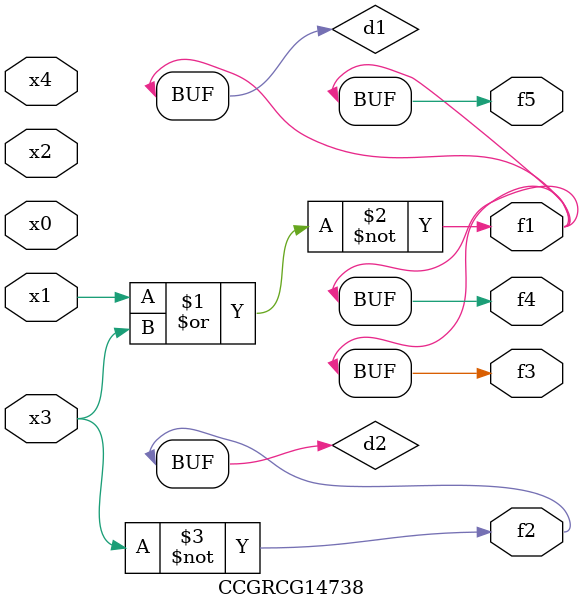
<source format=v>
module CCGRCG14738(
	input x0, x1, x2, x3, x4,
	output f1, f2, f3, f4, f5
);

	wire d1, d2;

	nor (d1, x1, x3);
	not (d2, x3);
	assign f1 = d1;
	assign f2 = d2;
	assign f3 = d1;
	assign f4 = d1;
	assign f5 = d1;
endmodule

</source>
